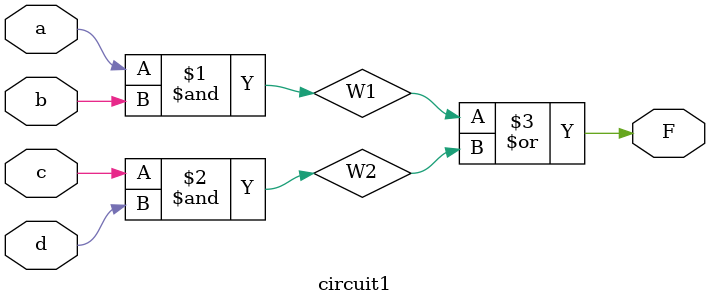
<source format=v>
`timescale 1ns / 1ps

module circuit1(F, a, b, c, d);

	input a, b, c, d;
	output F;
	
	wire W1, W2;
	
	and AND_1(W1, a, b);
	and AND_2(W2, c, d);
	or OR_1(F, W1, W2);

endmodule

</source>
